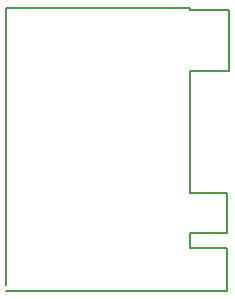
<source format=gbo>
G04*
G04 #@! TF.GenerationSoftware,Altium Limited,Altium Designer,22.5.1 (42)*
G04*
G04 Layer_Color=32896*
%FSLAX44Y44*%
%MOMM*%
G71*
G04*
G04 #@! TF.SameCoordinates,7BE4DF7C-7C26-4D94-8E65-31FE19049D94*
G04*
G04*
G04 #@! TF.FilePolarity,Positive*
G04*
G01*
G75*
%ADD15C,0.1500*%
D15*
X389000Y30500D02*
Y265500D01*
X544000D01*
X577000Y212000D02*
X577000Y263000D01*
X544000Y61500D02*
Y75000D01*
Y263000D02*
X577000D01*
X544000Y75000D02*
X576000D01*
X389000Y25500D02*
X544000D01*
Y263000D02*
Y265500D01*
X576000Y75000D02*
Y108500D01*
X544000Y25500D02*
X574000D01*
X544000Y108500D02*
X576000Y108500D01*
Y25500D02*
Y61500D01*
X544000Y108500D02*
Y212000D01*
X544000Y61500D02*
X576000D01*
X544000Y212000D02*
X577000Y212000D01*
X574000Y25500D02*
X576000D01*
M02*

</source>
